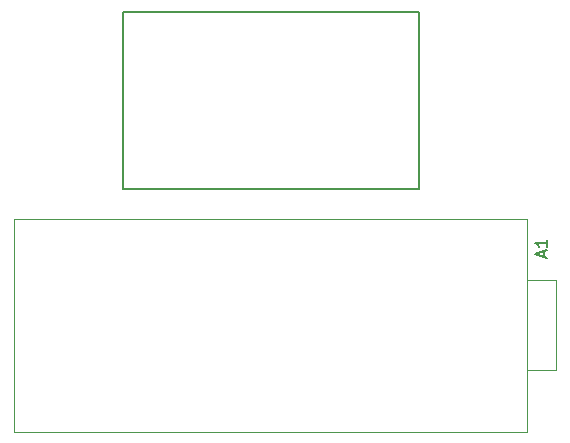
<source format=gbr>
%TF.GenerationSoftware,KiCad,Pcbnew,(5.1.10)-1*%
%TF.CreationDate,2021-11-07T17:05:54+13:00*%
%TF.ProjectId,THE_BRAINS_FIXTURE,5448455f-4252-4414-994e-535f46495854,rev?*%
%TF.SameCoordinates,Original*%
%TF.FileFunction,Legend,Top*%
%TF.FilePolarity,Positive*%
%FSLAX46Y46*%
G04 Gerber Fmt 4.6, Leading zero omitted, Abs format (unit mm)*
G04 Created by KiCad (PCBNEW (5.1.10)-1) date 2021-11-07 17:05:54*
%MOMM*%
%LPD*%
G01*
G04 APERTURE LIST*
%ADD10C,0.200000*%
%ADD11C,0.120000*%
%ADD12C,0.150000*%
G04 APERTURE END LIST*
D10*
X137500000Y-92500000D02*
X137500000Y-107500000D01*
X137500000Y-92500000D02*
X162500000Y-92500000D01*
X162500000Y-107500000D02*
X162500000Y-92500000D01*
X137500000Y-107500000D02*
X162500000Y-107500000D01*
D11*
%TO.C,A1*%
X171715000Y-110000000D02*
X128275000Y-110000000D01*
X128275000Y-110000000D02*
X128275000Y-128040000D01*
X171715000Y-128040000D02*
X171715000Y-110000000D01*
X128275000Y-128040000D02*
X171715000Y-128040000D01*
X171715000Y-115210000D02*
X174125000Y-115210000D01*
X174125000Y-115210000D02*
X174125000Y-122830000D01*
X174125000Y-122830000D02*
X171715000Y-122830000D01*
D12*
X173091666Y-113214285D02*
X173091666Y-112738095D01*
X173377380Y-113309523D02*
X172377380Y-112976190D01*
X173377380Y-112642857D01*
X173377380Y-111785714D02*
X173377380Y-112357142D01*
X173377380Y-112071428D02*
X172377380Y-112071428D01*
X172520238Y-112166666D01*
X172615476Y-112261904D01*
X172663095Y-112357142D01*
%TD*%
M02*

</source>
